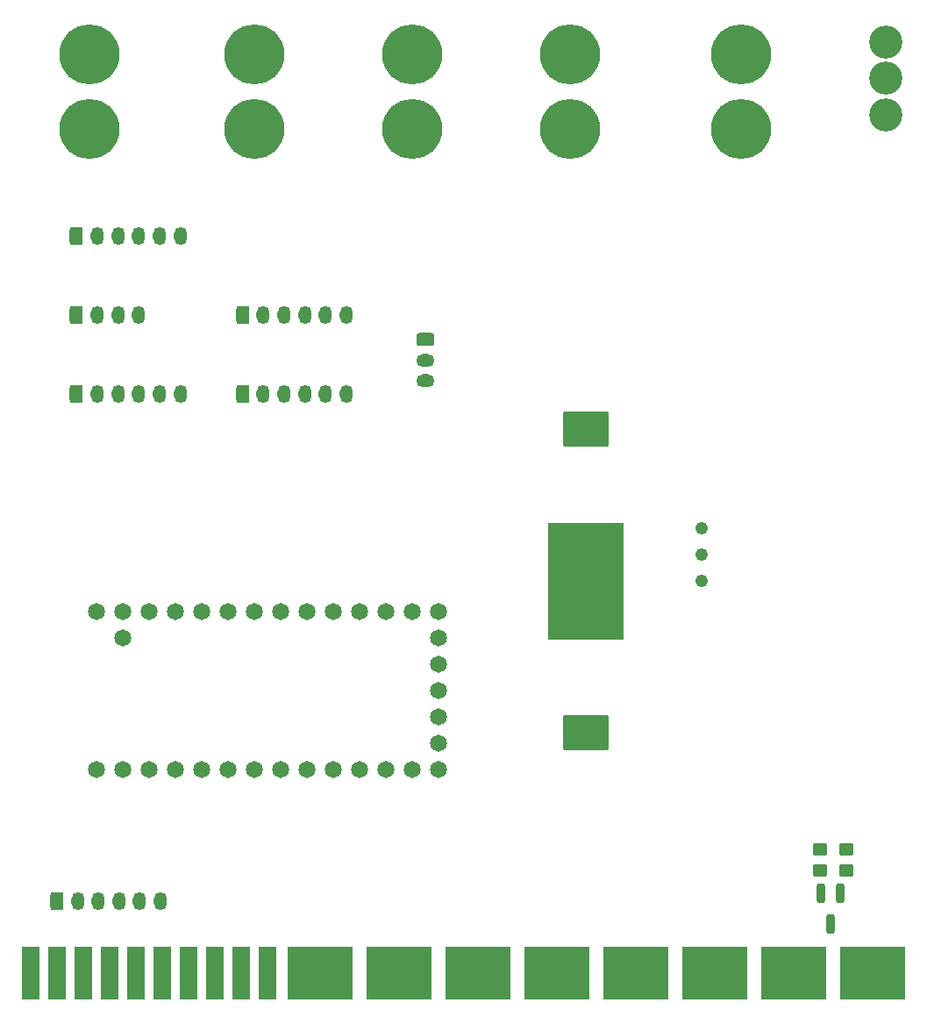
<source format=gbr>
%TF.GenerationSoftware,KiCad,Pcbnew,8.0.4*%
%TF.CreationDate,2025-03-15T02:55:24-04:00*%
%TF.ProjectId,erie_rov_mainboard,65726965-5f72-46f7-965f-6d61696e626f,rev?*%
%TF.SameCoordinates,Original*%
%TF.FileFunction,Soldermask,Bot*%
%TF.FilePolarity,Negative*%
%FSLAX46Y46*%
G04 Gerber Fmt 4.6, Leading zero omitted, Abs format (unit mm)*
G04 Created by KiCad (PCBNEW 8.0.4) date 2025-03-15 02:55:24*
%MOMM*%
%LPD*%
G01*
G04 APERTURE LIST*
G04 Aperture macros list*
%AMRoundRect*
0 Rectangle with rounded corners*
0 $1 Rounding radius*
0 $2 $3 $4 $5 $6 $7 $8 $9 X,Y pos of 4 corners*
0 Add a 4 corners polygon primitive as box body*
4,1,4,$2,$3,$4,$5,$6,$7,$8,$9,$2,$3,0*
0 Add four circle primitives for the rounded corners*
1,1,$1+$1,$2,$3*
1,1,$1+$1,$4,$5*
1,1,$1+$1,$6,$7*
1,1,$1+$1,$8,$9*
0 Add four rect primitives between the rounded corners*
20,1,$1+$1,$2,$3,$4,$5,0*
20,1,$1+$1,$4,$5,$6,$7,0*
20,1,$1+$1,$6,$7,$8,$9,0*
20,1,$1+$1,$8,$9,$2,$3,0*%
G04 Aperture macros list end*
%ADD10C,0.000009*%
%ADD11RoundRect,0.250000X0.450000X-0.350000X0.450000X0.350000X-0.450000X0.350000X-0.450000X-0.350000X0*%
%ADD12RoundRect,0.200000X-0.200000X0.750000X-0.200000X-0.750000X0.200000X-0.750000X0.200000X0.750000X0*%
%ADD13R,1.651000X5.080000*%
%ADD14R,6.350000X5.080000*%
%ADD15C,5.800000*%
%ADD16RoundRect,0.264583X-0.610417X0.370417X-0.610417X-0.370417X0.610417X-0.370417X0.610417X0.370417X0*%
%ADD17O,1.750000X1.270000*%
%ADD18RoundRect,0.264583X-0.370417X-0.610417X0.370417X-0.610417X0.370417X0.610417X-0.370417X0.610417X0*%
%ADD19O,1.270000X1.750000*%
%ADD20C,1.651000*%
%ADD21C,3.200000*%
%ADD22C,1.219200*%
%ADD23RoundRect,0.102000X2.100000X-1.600000X2.100000X1.600000X-2.100000X1.600000X-2.100000X-1.600000X0*%
G04 APERTURE END LIST*
D10*
%TO.C,BT1*%
X116884000Y-167144000D02*
X109684000Y-167144000D01*
X109684000Y-155944000D01*
X116884000Y-155944000D01*
X116884000Y-167144000D01*
G36*
X116884000Y-167144000D02*
G01*
X109684000Y-167144000D01*
X109684000Y-155944000D01*
X116884000Y-155944000D01*
X116884000Y-167144000D01*
G37*
%TD*%
D11*
%TO.C,R2*%
X138430000Y-189468000D03*
X138430000Y-187468000D03*
%TD*%
%TO.C,R1*%
X135890000Y-187468000D03*
X135890000Y-189468000D03*
%TD*%
D12*
%TO.C,Q1*%
X135956000Y-191667000D03*
X137856000Y-191667000D03*
X136906000Y-194667000D03*
%TD*%
D13*
%TO.C,J1*%
X59690000Y-199390000D03*
X62230000Y-199390000D03*
X64770000Y-199390000D03*
X67310000Y-199390000D03*
X69850000Y-199390000D03*
X72390000Y-199390000D03*
X74930000Y-199390000D03*
X77470000Y-199390000D03*
X80010000Y-199390000D03*
X82550000Y-199390000D03*
D14*
X87630000Y-199390000D03*
X95250000Y-199390000D03*
X102870000Y-199390000D03*
X110490000Y-199390000D03*
X118110000Y-199390000D03*
X125730000Y-199390000D03*
X133350000Y-199390000D03*
X140970000Y-199390000D03*
%TD*%
D15*
%TO.C,J2*%
X81280000Y-110700000D03*
X81280000Y-117900000D03*
%TD*%
%TO.C,J5*%
X65405000Y-110700000D03*
X65405000Y-117900000D03*
%TD*%
%TO.C,J4*%
X96520000Y-110700000D03*
X96520000Y-117900000D03*
%TD*%
D16*
%TO.C,J14*%
X97790000Y-138240000D03*
D17*
X97790000Y-140240000D03*
X97790000Y-142240000D03*
%TD*%
D15*
%TO.C,J3*%
X111760000Y-110700000D03*
X111760000Y-117900000D03*
%TD*%
D18*
%TO.C,J10*%
X80170000Y-135890000D03*
D19*
X82170000Y-135890000D03*
X84170000Y-135890000D03*
X86170000Y-135890000D03*
X88170000Y-135890000D03*
X90170000Y-135890000D03*
%TD*%
D18*
%TO.C,J15*%
X62230000Y-192405000D03*
D19*
X64230000Y-192405000D03*
X66230000Y-192405000D03*
X68230000Y-192405000D03*
X70230000Y-192405000D03*
X72230000Y-192405000D03*
%TD*%
D18*
%TO.C,J12*%
X64135000Y-143510000D03*
D19*
X66135000Y-143510000D03*
X68135000Y-143510000D03*
X70135000Y-143510000D03*
X72135000Y-143510000D03*
X74135000Y-143510000D03*
%TD*%
D20*
%TO.C,U1*%
X66040000Y-179705000D03*
X68580000Y-179705000D03*
X71120000Y-179705000D03*
X73660000Y-179705000D03*
X76200000Y-179705000D03*
X78740000Y-179705000D03*
X81280000Y-179705000D03*
X83820000Y-179705000D03*
X86360000Y-179705000D03*
X88900000Y-179705000D03*
X91440000Y-179705000D03*
X93980000Y-179705000D03*
X96520000Y-179705000D03*
X99060000Y-179705000D03*
X99060000Y-177165000D03*
X99060000Y-174625000D03*
X99060000Y-172085000D03*
X99060000Y-169545000D03*
X99060000Y-167005000D03*
X99060000Y-164465000D03*
X96520000Y-164465000D03*
X93980000Y-164465000D03*
X91440000Y-164465000D03*
X88900000Y-164465000D03*
X86360000Y-164465000D03*
X83820000Y-164465000D03*
X81280000Y-164465000D03*
X78740000Y-164465000D03*
X76200000Y-164465000D03*
X73660000Y-164465000D03*
X71120000Y-164465000D03*
X68580000Y-164465000D03*
X66040000Y-164465000D03*
X68580000Y-167005000D03*
%TD*%
D18*
%TO.C,J11*%
X64135000Y-135890000D03*
D19*
X66135000Y-135890000D03*
X68135000Y-135890000D03*
X70135000Y-135890000D03*
%TD*%
D18*
%TO.C,J9*%
X80170000Y-143510000D03*
D19*
X82170000Y-143510000D03*
X84170000Y-143510000D03*
X86170000Y-143510000D03*
X88170000Y-143510000D03*
X90170000Y-143510000D03*
%TD*%
D21*
%TO.C,J7*%
X142240000Y-109530000D03*
X142240000Y-113030000D03*
X142240000Y-116530000D03*
%TD*%
D22*
%TO.C,U3*%
X124460000Y-156421709D03*
X124460000Y-158961709D03*
X124460000Y-161501709D03*
%TD*%
D15*
%TO.C,J8*%
X128270000Y-110700000D03*
X128270000Y-117900000D03*
%TD*%
D18*
%TO.C,J13*%
X64135000Y-128270000D03*
D19*
X66135000Y-128270000D03*
X68135000Y-128270000D03*
X70135000Y-128270000D03*
X72135000Y-128270000D03*
X74135000Y-128270000D03*
%TD*%
D23*
%TO.C,BT1*%
X113284000Y-176194000D03*
X113284000Y-146894000D03*
%TD*%
M02*

</source>
